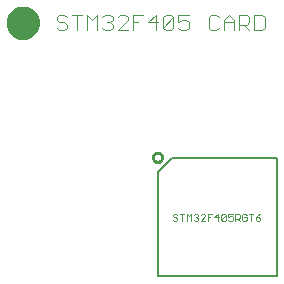
<source format=gto>
G75*
%MOIN*%
%OFA0B0*%
%FSLAX25Y25*%
%IPPOS*%
%LPD*%
%AMOC8*
5,1,8,0,0,1.08239X$1,22.5*
%
%ADD10C,0.06600*%
%ADD11C,0.00400*%
%ADD12C,0.00500*%
%ADD13C,0.01000*%
%ADD14C,0.00300*%
D10*
X0026577Y0158246D02*
X0026579Y0158339D01*
X0026585Y0158433D01*
X0026595Y0158526D01*
X0026609Y0158618D01*
X0026626Y0158710D01*
X0026648Y0158801D01*
X0026673Y0158891D01*
X0026703Y0158979D01*
X0026736Y0159067D01*
X0026772Y0159153D01*
X0026813Y0159237D01*
X0026856Y0159319D01*
X0026904Y0159400D01*
X0026954Y0159479D01*
X0027008Y0159555D01*
X0027066Y0159629D01*
X0027126Y0159700D01*
X0027189Y0159769D01*
X0027255Y0159835D01*
X0027324Y0159898D01*
X0027395Y0159958D01*
X0027469Y0160016D01*
X0027545Y0160070D01*
X0027624Y0160120D01*
X0027705Y0160168D01*
X0027787Y0160211D01*
X0027871Y0160252D01*
X0027957Y0160288D01*
X0028045Y0160321D01*
X0028133Y0160351D01*
X0028223Y0160376D01*
X0028314Y0160398D01*
X0028406Y0160415D01*
X0028498Y0160429D01*
X0028591Y0160439D01*
X0028685Y0160445D01*
X0028778Y0160447D01*
X0028871Y0160445D01*
X0028965Y0160439D01*
X0029058Y0160429D01*
X0029150Y0160415D01*
X0029242Y0160398D01*
X0029333Y0160376D01*
X0029423Y0160351D01*
X0029511Y0160321D01*
X0029599Y0160288D01*
X0029685Y0160252D01*
X0029769Y0160211D01*
X0029851Y0160168D01*
X0029932Y0160120D01*
X0030011Y0160070D01*
X0030087Y0160016D01*
X0030161Y0159958D01*
X0030232Y0159898D01*
X0030301Y0159835D01*
X0030367Y0159769D01*
X0030430Y0159700D01*
X0030490Y0159629D01*
X0030548Y0159555D01*
X0030602Y0159479D01*
X0030652Y0159400D01*
X0030700Y0159319D01*
X0030743Y0159237D01*
X0030784Y0159153D01*
X0030820Y0159067D01*
X0030853Y0158979D01*
X0030883Y0158891D01*
X0030908Y0158801D01*
X0030930Y0158710D01*
X0030947Y0158618D01*
X0030961Y0158526D01*
X0030971Y0158433D01*
X0030977Y0158339D01*
X0030979Y0158246D01*
X0030977Y0158153D01*
X0030971Y0158059D01*
X0030961Y0157966D01*
X0030947Y0157874D01*
X0030930Y0157782D01*
X0030908Y0157691D01*
X0030883Y0157601D01*
X0030853Y0157513D01*
X0030820Y0157425D01*
X0030784Y0157339D01*
X0030743Y0157255D01*
X0030700Y0157173D01*
X0030652Y0157092D01*
X0030602Y0157013D01*
X0030548Y0156937D01*
X0030490Y0156863D01*
X0030430Y0156792D01*
X0030367Y0156723D01*
X0030301Y0156657D01*
X0030232Y0156594D01*
X0030161Y0156534D01*
X0030087Y0156476D01*
X0030011Y0156422D01*
X0029932Y0156372D01*
X0029851Y0156324D01*
X0029769Y0156281D01*
X0029685Y0156240D01*
X0029599Y0156204D01*
X0029511Y0156171D01*
X0029423Y0156141D01*
X0029333Y0156116D01*
X0029242Y0156094D01*
X0029150Y0156077D01*
X0029058Y0156063D01*
X0028965Y0156053D01*
X0028871Y0156047D01*
X0028778Y0156045D01*
X0028685Y0156047D01*
X0028591Y0156053D01*
X0028498Y0156063D01*
X0028406Y0156077D01*
X0028314Y0156094D01*
X0028223Y0156116D01*
X0028133Y0156141D01*
X0028045Y0156171D01*
X0027957Y0156204D01*
X0027871Y0156240D01*
X0027787Y0156281D01*
X0027705Y0156324D01*
X0027624Y0156372D01*
X0027545Y0156422D01*
X0027469Y0156476D01*
X0027395Y0156534D01*
X0027324Y0156594D01*
X0027255Y0156657D01*
X0027189Y0156723D01*
X0027126Y0156792D01*
X0027066Y0156863D01*
X0027008Y0156937D01*
X0026954Y0157013D01*
X0026904Y0157092D01*
X0026856Y0157173D01*
X0026813Y0157255D01*
X0026772Y0157339D01*
X0026736Y0157425D01*
X0026703Y0157513D01*
X0026673Y0157601D01*
X0026648Y0157691D01*
X0026626Y0157782D01*
X0026609Y0157874D01*
X0026595Y0157966D01*
X0026585Y0158059D01*
X0026579Y0158153D01*
X0026577Y0158246D01*
D11*
X0039950Y0159353D02*
X0040801Y0158502D01*
X0042502Y0158502D01*
X0043353Y0157651D01*
X0043353Y0156801D01*
X0042502Y0155950D01*
X0040801Y0155950D01*
X0039950Y0156801D01*
X0039950Y0159353D02*
X0039950Y0160204D01*
X0040801Y0161054D01*
X0042502Y0161054D01*
X0043353Y0160204D01*
X0045014Y0161054D02*
X0048417Y0161054D01*
X0050079Y0161054D02*
X0051780Y0159353D01*
X0053482Y0161054D01*
X0053482Y0155950D01*
X0055143Y0156801D02*
X0055994Y0155950D01*
X0057695Y0155950D01*
X0058546Y0156801D01*
X0058546Y0157651D01*
X0057695Y0158502D01*
X0056844Y0158502D01*
X0057695Y0158502D02*
X0058546Y0159353D01*
X0058546Y0160204D01*
X0057695Y0161054D01*
X0055994Y0161054D01*
X0055143Y0160204D01*
X0060207Y0160204D02*
X0061058Y0161054D01*
X0062759Y0161054D01*
X0063610Y0160204D01*
X0063610Y0159353D01*
X0060207Y0155950D01*
X0063610Y0155950D01*
X0065272Y0155950D02*
X0065272Y0161054D01*
X0068675Y0161054D01*
X0070336Y0158502D02*
X0073739Y0158502D01*
X0075400Y0156801D02*
X0078803Y0160204D01*
X0078803Y0156801D01*
X0077952Y0155950D01*
X0076251Y0155950D01*
X0075400Y0156801D01*
X0075400Y0160204D01*
X0076251Y0161054D01*
X0077952Y0161054D01*
X0078803Y0160204D01*
X0080465Y0161054D02*
X0080465Y0158502D01*
X0082166Y0159353D01*
X0083017Y0159353D01*
X0083867Y0158502D01*
X0083867Y0156801D01*
X0083017Y0155950D01*
X0081315Y0155950D01*
X0080465Y0156801D01*
X0080465Y0161054D02*
X0083867Y0161054D01*
X0090593Y0160204D02*
X0090593Y0156801D01*
X0091444Y0155950D01*
X0093145Y0155950D01*
X0093996Y0156801D01*
X0095658Y0155950D02*
X0095658Y0159353D01*
X0097359Y0161054D01*
X0099060Y0159353D01*
X0099060Y0155950D01*
X0100722Y0155950D02*
X0100722Y0161054D01*
X0103274Y0161054D01*
X0104125Y0160204D01*
X0104125Y0158502D01*
X0103274Y0157651D01*
X0100722Y0157651D01*
X0102423Y0157651D02*
X0104125Y0155950D01*
X0105786Y0155950D02*
X0108338Y0155950D01*
X0109189Y0156801D01*
X0109189Y0160204D01*
X0108338Y0161054D01*
X0105786Y0161054D01*
X0105786Y0155950D01*
X0099060Y0158502D02*
X0095658Y0158502D01*
X0093996Y0160204D02*
X0093145Y0161054D01*
X0091444Y0161054D01*
X0090593Y0160204D01*
X0072888Y0161054D02*
X0072888Y0155950D01*
X0070336Y0158502D02*
X0072888Y0161054D01*
X0066973Y0158502D02*
X0065272Y0158502D01*
X0050079Y0155950D02*
X0050079Y0161054D01*
X0046716Y0161054D02*
X0046716Y0155950D01*
D12*
X0073835Y0073835D02*
X0113205Y0073835D01*
X0113205Y0113205D01*
X0078394Y0113205D01*
X0073835Y0108645D01*
X0073835Y0073835D01*
D13*
X0072020Y0113520D02*
X0072022Y0113597D01*
X0072028Y0113674D01*
X0072038Y0113751D01*
X0072052Y0113827D01*
X0072069Y0113902D01*
X0072091Y0113976D01*
X0072116Y0114049D01*
X0072146Y0114121D01*
X0072178Y0114191D01*
X0072215Y0114259D01*
X0072254Y0114325D01*
X0072297Y0114389D01*
X0072344Y0114451D01*
X0072393Y0114510D01*
X0072446Y0114567D01*
X0072501Y0114621D01*
X0072559Y0114672D01*
X0072620Y0114720D01*
X0072683Y0114765D01*
X0072748Y0114806D01*
X0072815Y0114844D01*
X0072884Y0114879D01*
X0072955Y0114909D01*
X0073027Y0114937D01*
X0073101Y0114960D01*
X0073175Y0114980D01*
X0073251Y0114996D01*
X0073327Y0115008D01*
X0073404Y0115016D01*
X0073481Y0115020D01*
X0073559Y0115020D01*
X0073636Y0115016D01*
X0073713Y0115008D01*
X0073789Y0114996D01*
X0073865Y0114980D01*
X0073939Y0114960D01*
X0074013Y0114937D01*
X0074085Y0114909D01*
X0074156Y0114879D01*
X0074225Y0114844D01*
X0074292Y0114806D01*
X0074357Y0114765D01*
X0074420Y0114720D01*
X0074481Y0114672D01*
X0074539Y0114621D01*
X0074594Y0114567D01*
X0074647Y0114510D01*
X0074696Y0114451D01*
X0074743Y0114389D01*
X0074786Y0114325D01*
X0074825Y0114259D01*
X0074862Y0114191D01*
X0074894Y0114121D01*
X0074924Y0114049D01*
X0074949Y0113976D01*
X0074971Y0113902D01*
X0074988Y0113827D01*
X0075002Y0113751D01*
X0075012Y0113674D01*
X0075018Y0113597D01*
X0075020Y0113520D01*
X0075018Y0113443D01*
X0075012Y0113366D01*
X0075002Y0113289D01*
X0074988Y0113213D01*
X0074971Y0113138D01*
X0074949Y0113064D01*
X0074924Y0112991D01*
X0074894Y0112919D01*
X0074862Y0112849D01*
X0074825Y0112781D01*
X0074786Y0112715D01*
X0074743Y0112651D01*
X0074696Y0112589D01*
X0074647Y0112530D01*
X0074594Y0112473D01*
X0074539Y0112419D01*
X0074481Y0112368D01*
X0074420Y0112320D01*
X0074357Y0112275D01*
X0074292Y0112234D01*
X0074225Y0112196D01*
X0074156Y0112161D01*
X0074085Y0112131D01*
X0074013Y0112103D01*
X0073939Y0112080D01*
X0073865Y0112060D01*
X0073789Y0112044D01*
X0073713Y0112032D01*
X0073636Y0112024D01*
X0073559Y0112020D01*
X0073481Y0112020D01*
X0073404Y0112024D01*
X0073327Y0112032D01*
X0073251Y0112044D01*
X0073175Y0112060D01*
X0073101Y0112080D01*
X0073027Y0112103D01*
X0072955Y0112131D01*
X0072884Y0112161D01*
X0072815Y0112196D01*
X0072748Y0112234D01*
X0072683Y0112275D01*
X0072620Y0112320D01*
X0072559Y0112368D01*
X0072501Y0112419D01*
X0072446Y0112473D01*
X0072393Y0112530D01*
X0072344Y0112589D01*
X0072297Y0112651D01*
X0072254Y0112715D01*
X0072215Y0112781D01*
X0072178Y0112849D01*
X0072146Y0112919D01*
X0072116Y0112991D01*
X0072091Y0113064D01*
X0072069Y0113138D01*
X0072052Y0113213D01*
X0072038Y0113289D01*
X0072028Y0113366D01*
X0072022Y0113443D01*
X0072020Y0113520D01*
D14*
X0079074Y0094622D02*
X0078707Y0094255D01*
X0078707Y0093888D01*
X0079074Y0093521D01*
X0079808Y0093521D01*
X0080175Y0093154D01*
X0080175Y0092787D01*
X0079808Y0092420D01*
X0079074Y0092420D01*
X0078707Y0092787D01*
X0079074Y0094622D02*
X0079808Y0094622D01*
X0080175Y0094255D01*
X0081009Y0094622D02*
X0082477Y0094622D01*
X0081743Y0094622D02*
X0081743Y0092420D01*
X0083311Y0092420D02*
X0083311Y0094622D01*
X0084045Y0093888D01*
X0084779Y0094622D01*
X0084779Y0092420D01*
X0085613Y0092787D02*
X0085980Y0092420D01*
X0086714Y0092420D01*
X0087081Y0092787D01*
X0087081Y0093154D01*
X0086714Y0093521D01*
X0086347Y0093521D01*
X0086714Y0093521D02*
X0087081Y0093888D01*
X0087081Y0094255D01*
X0086714Y0094622D01*
X0085980Y0094622D01*
X0085613Y0094255D01*
X0087915Y0094255D02*
X0088282Y0094622D01*
X0089016Y0094622D01*
X0089383Y0094255D01*
X0089383Y0093888D01*
X0087915Y0092420D01*
X0089383Y0092420D01*
X0090217Y0092420D02*
X0090217Y0094622D01*
X0091685Y0094622D01*
X0090951Y0093521D02*
X0090217Y0093521D01*
X0092519Y0093521D02*
X0093987Y0093521D01*
X0094821Y0094255D02*
X0095188Y0094622D01*
X0095922Y0094622D01*
X0096289Y0094255D01*
X0094821Y0092787D01*
X0095188Y0092420D01*
X0095922Y0092420D01*
X0096289Y0092787D01*
X0096289Y0094255D01*
X0097123Y0094622D02*
X0097123Y0093521D01*
X0097857Y0093888D01*
X0098223Y0093888D01*
X0098590Y0093521D01*
X0098590Y0092787D01*
X0098223Y0092420D01*
X0097490Y0092420D01*
X0097123Y0092787D01*
X0097123Y0094622D02*
X0098590Y0094622D01*
X0099425Y0094622D02*
X0099425Y0092420D01*
X0099425Y0093154D02*
X0100525Y0093154D01*
X0100892Y0093521D01*
X0100892Y0094255D01*
X0100525Y0094622D01*
X0099425Y0094622D01*
X0100158Y0093154D02*
X0100892Y0092420D01*
X0101726Y0092787D02*
X0101726Y0094255D01*
X0102093Y0094622D01*
X0102827Y0094622D01*
X0103194Y0094255D01*
X0103194Y0093521D02*
X0102460Y0093521D01*
X0103194Y0093521D02*
X0103194Y0092787D01*
X0102827Y0092420D01*
X0102093Y0092420D01*
X0101726Y0092787D01*
X0104028Y0094622D02*
X0105496Y0094622D01*
X0104762Y0094622D02*
X0104762Y0092420D01*
X0106330Y0092787D02*
X0106697Y0092420D01*
X0107431Y0092420D01*
X0107798Y0092787D01*
X0107798Y0093154D01*
X0107431Y0093521D01*
X0106330Y0093521D01*
X0106330Y0092787D01*
X0106330Y0093521D02*
X0107064Y0094255D01*
X0107798Y0094622D01*
X0094821Y0094255D02*
X0094821Y0092787D01*
X0093620Y0092420D02*
X0093620Y0094622D01*
X0092519Y0093521D01*
M02*

</source>
